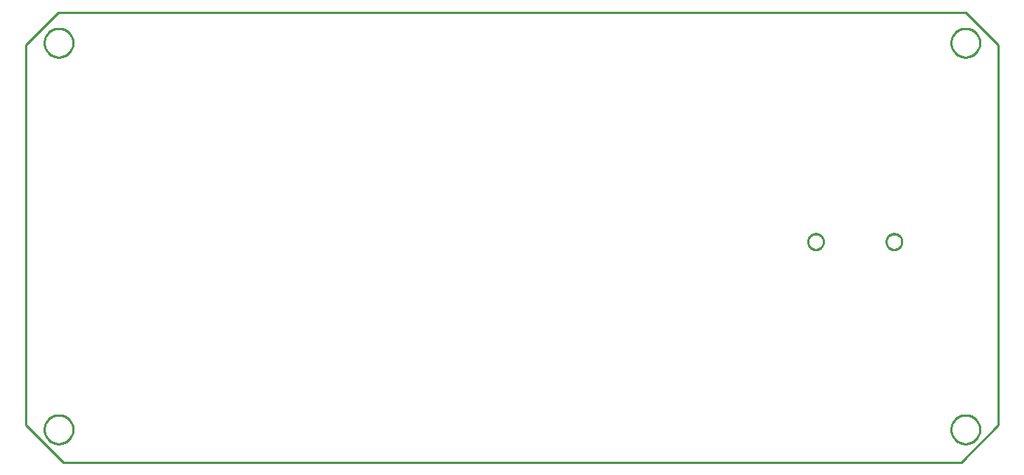
<source format=gbr>
G04 EAGLE Gerber RS-274X export*
G75*
%MOMM*%
%FSLAX34Y34*%
%LPD*%
%IN*%
%IPPOS*%
%AMOC8*
5,1,8,0,0,1.08239X$1,22.5*%
G01*
%ADD10C,0.254000*%


D10*
X0Y43180D02*
X43180Y0D01*
X1074420Y0D01*
X1117400Y42980D01*
X1117400Y480260D01*
X1080260Y517400D01*
X37340Y517400D01*
X0Y480060D01*
X0Y43180D01*
X54600Y482060D02*
X54529Y480982D01*
X54388Y479911D01*
X54178Y478851D01*
X53898Y477808D01*
X53551Y476785D01*
X53137Y475787D01*
X52659Y474818D01*
X52119Y473882D01*
X51519Y472984D01*
X50861Y472127D01*
X50149Y471315D01*
X49385Y470551D01*
X48573Y469839D01*
X47716Y469181D01*
X46818Y468581D01*
X45882Y468041D01*
X44913Y467563D01*
X43915Y467149D01*
X42892Y466802D01*
X41849Y466522D01*
X40789Y466312D01*
X39718Y466171D01*
X38640Y466100D01*
X37560Y466100D01*
X36482Y466171D01*
X35411Y466312D01*
X34351Y466522D01*
X33308Y466802D01*
X32285Y467149D01*
X31287Y467563D01*
X30318Y468041D01*
X29382Y468581D01*
X28484Y469181D01*
X27627Y469839D01*
X26815Y470551D01*
X26051Y471315D01*
X25339Y472127D01*
X24681Y472984D01*
X24081Y473882D01*
X23541Y474818D01*
X23063Y475787D01*
X22649Y476785D01*
X22302Y477808D01*
X22022Y478851D01*
X21812Y479911D01*
X21671Y480982D01*
X21600Y482060D01*
X21600Y483140D01*
X21671Y484218D01*
X21812Y485289D01*
X22022Y486349D01*
X22302Y487392D01*
X22649Y488415D01*
X23063Y489413D01*
X23541Y490382D01*
X24081Y491318D01*
X24681Y492216D01*
X25339Y493073D01*
X26051Y493885D01*
X26815Y494649D01*
X27627Y495361D01*
X28484Y496019D01*
X29382Y496619D01*
X30318Y497159D01*
X31287Y497637D01*
X32285Y498051D01*
X33308Y498398D01*
X34351Y498678D01*
X35411Y498888D01*
X36482Y499029D01*
X37560Y499100D01*
X38640Y499100D01*
X39718Y499029D01*
X40789Y498888D01*
X41849Y498678D01*
X42892Y498398D01*
X43915Y498051D01*
X44913Y497637D01*
X45882Y497159D01*
X46818Y496619D01*
X47716Y496019D01*
X48573Y495361D01*
X49385Y494649D01*
X50149Y493885D01*
X50861Y493073D01*
X51519Y492216D01*
X52119Y491318D01*
X52659Y490382D01*
X53137Y489413D01*
X53551Y488415D01*
X53898Y487392D01*
X54178Y486349D01*
X54388Y485289D01*
X54529Y484218D01*
X54600Y483140D01*
X54600Y482060D01*
X1096000Y482060D02*
X1095929Y480982D01*
X1095788Y479911D01*
X1095578Y478851D01*
X1095298Y477808D01*
X1094951Y476785D01*
X1094537Y475787D01*
X1094059Y474818D01*
X1093519Y473882D01*
X1092919Y472984D01*
X1092261Y472127D01*
X1091549Y471315D01*
X1090785Y470551D01*
X1089973Y469839D01*
X1089116Y469181D01*
X1088218Y468581D01*
X1087282Y468041D01*
X1086313Y467563D01*
X1085315Y467149D01*
X1084292Y466802D01*
X1083249Y466522D01*
X1082189Y466312D01*
X1081118Y466171D01*
X1080040Y466100D01*
X1078960Y466100D01*
X1077882Y466171D01*
X1076811Y466312D01*
X1075751Y466522D01*
X1074708Y466802D01*
X1073685Y467149D01*
X1072687Y467563D01*
X1071718Y468041D01*
X1070782Y468581D01*
X1069884Y469181D01*
X1069027Y469839D01*
X1068215Y470551D01*
X1067451Y471315D01*
X1066739Y472127D01*
X1066081Y472984D01*
X1065481Y473882D01*
X1064941Y474818D01*
X1064463Y475787D01*
X1064049Y476785D01*
X1063702Y477808D01*
X1063422Y478851D01*
X1063212Y479911D01*
X1063071Y480982D01*
X1063000Y482060D01*
X1063000Y483140D01*
X1063071Y484218D01*
X1063212Y485289D01*
X1063422Y486349D01*
X1063702Y487392D01*
X1064049Y488415D01*
X1064463Y489413D01*
X1064941Y490382D01*
X1065481Y491318D01*
X1066081Y492216D01*
X1066739Y493073D01*
X1067451Y493885D01*
X1068215Y494649D01*
X1069027Y495361D01*
X1069884Y496019D01*
X1070782Y496619D01*
X1071718Y497159D01*
X1072687Y497637D01*
X1073685Y498051D01*
X1074708Y498398D01*
X1075751Y498678D01*
X1076811Y498888D01*
X1077882Y499029D01*
X1078960Y499100D01*
X1080040Y499100D01*
X1081118Y499029D01*
X1082189Y498888D01*
X1083249Y498678D01*
X1084292Y498398D01*
X1085315Y498051D01*
X1086313Y497637D01*
X1087282Y497159D01*
X1088218Y496619D01*
X1089116Y496019D01*
X1089973Y495361D01*
X1090785Y494649D01*
X1091549Y493885D01*
X1092261Y493073D01*
X1092919Y492216D01*
X1093519Y491318D01*
X1094059Y490382D01*
X1094537Y489413D01*
X1094951Y488415D01*
X1095298Y487392D01*
X1095578Y486349D01*
X1095788Y485289D01*
X1095929Y484218D01*
X1096000Y483140D01*
X1096000Y482060D01*
X1096000Y37560D02*
X1095929Y36482D01*
X1095788Y35411D01*
X1095578Y34351D01*
X1095298Y33308D01*
X1094951Y32285D01*
X1094537Y31287D01*
X1094059Y30318D01*
X1093519Y29382D01*
X1092919Y28484D01*
X1092261Y27627D01*
X1091549Y26815D01*
X1090785Y26051D01*
X1089973Y25339D01*
X1089116Y24681D01*
X1088218Y24081D01*
X1087282Y23541D01*
X1086313Y23063D01*
X1085315Y22649D01*
X1084292Y22302D01*
X1083249Y22022D01*
X1082189Y21812D01*
X1081118Y21671D01*
X1080040Y21600D01*
X1078960Y21600D01*
X1077882Y21671D01*
X1076811Y21812D01*
X1075751Y22022D01*
X1074708Y22302D01*
X1073685Y22649D01*
X1072687Y23063D01*
X1071718Y23541D01*
X1070782Y24081D01*
X1069884Y24681D01*
X1069027Y25339D01*
X1068215Y26051D01*
X1067451Y26815D01*
X1066739Y27627D01*
X1066081Y28484D01*
X1065481Y29382D01*
X1064941Y30318D01*
X1064463Y31287D01*
X1064049Y32285D01*
X1063702Y33308D01*
X1063422Y34351D01*
X1063212Y35411D01*
X1063071Y36482D01*
X1063000Y37560D01*
X1063000Y38640D01*
X1063071Y39718D01*
X1063212Y40789D01*
X1063422Y41849D01*
X1063702Y42892D01*
X1064049Y43915D01*
X1064463Y44913D01*
X1064941Y45882D01*
X1065481Y46818D01*
X1066081Y47716D01*
X1066739Y48573D01*
X1067451Y49385D01*
X1068215Y50149D01*
X1069027Y50861D01*
X1069884Y51519D01*
X1070782Y52119D01*
X1071718Y52659D01*
X1072687Y53137D01*
X1073685Y53551D01*
X1074708Y53898D01*
X1075751Y54178D01*
X1076811Y54388D01*
X1077882Y54529D01*
X1078960Y54600D01*
X1080040Y54600D01*
X1081118Y54529D01*
X1082189Y54388D01*
X1083249Y54178D01*
X1084292Y53898D01*
X1085315Y53551D01*
X1086313Y53137D01*
X1087282Y52659D01*
X1088218Y52119D01*
X1089116Y51519D01*
X1089973Y50861D01*
X1090785Y50149D01*
X1091549Y49385D01*
X1092261Y48573D01*
X1092919Y47716D01*
X1093519Y46818D01*
X1094059Y45882D01*
X1094537Y44913D01*
X1094951Y43915D01*
X1095298Y42892D01*
X1095578Y41849D01*
X1095788Y40789D01*
X1095929Y39718D01*
X1096000Y38640D01*
X1096000Y37560D01*
X54600Y37560D02*
X54529Y36482D01*
X54388Y35411D01*
X54178Y34351D01*
X53898Y33308D01*
X53551Y32285D01*
X53137Y31287D01*
X52659Y30318D01*
X52119Y29382D01*
X51519Y28484D01*
X50861Y27627D01*
X50149Y26815D01*
X49385Y26051D01*
X48573Y25339D01*
X47716Y24681D01*
X46818Y24081D01*
X45882Y23541D01*
X44913Y23063D01*
X43915Y22649D01*
X42892Y22302D01*
X41849Y22022D01*
X40789Y21812D01*
X39718Y21671D01*
X38640Y21600D01*
X37560Y21600D01*
X36482Y21671D01*
X35411Y21812D01*
X34351Y22022D01*
X33308Y22302D01*
X32285Y22649D01*
X31287Y23063D01*
X30318Y23541D01*
X29382Y24081D01*
X28484Y24681D01*
X27627Y25339D01*
X26815Y26051D01*
X26051Y26815D01*
X25339Y27627D01*
X24681Y28484D01*
X24081Y29382D01*
X23541Y30318D01*
X23063Y31287D01*
X22649Y32285D01*
X22302Y33308D01*
X22022Y34351D01*
X21812Y35411D01*
X21671Y36482D01*
X21600Y37560D01*
X21600Y38640D01*
X21671Y39718D01*
X21812Y40789D01*
X22022Y41849D01*
X22302Y42892D01*
X22649Y43915D01*
X23063Y44913D01*
X23541Y45882D01*
X24081Y46818D01*
X24681Y47716D01*
X25339Y48573D01*
X26051Y49385D01*
X26815Y50149D01*
X27627Y50861D01*
X28484Y51519D01*
X29382Y52119D01*
X30318Y52659D01*
X31287Y53137D01*
X32285Y53551D01*
X33308Y53898D01*
X34351Y54178D01*
X35411Y54388D01*
X36482Y54529D01*
X37560Y54600D01*
X38640Y54600D01*
X39718Y54529D01*
X40789Y54388D01*
X41849Y54178D01*
X42892Y53898D01*
X43915Y53551D01*
X44913Y53137D01*
X45882Y52659D01*
X46818Y52119D01*
X47716Y51519D01*
X48573Y50861D01*
X49385Y50149D01*
X50149Y49385D01*
X50861Y48573D01*
X51519Y47716D01*
X52119Y46818D01*
X52659Y45882D01*
X53137Y44913D01*
X53551Y43915D01*
X53898Y42892D01*
X54178Y41849D01*
X54388Y40789D01*
X54529Y39718D01*
X54600Y38640D01*
X54600Y37560D01*
X997852Y263017D02*
X998636Y262948D01*
X999412Y262812D01*
X1000172Y262608D01*
X1000912Y262339D01*
X1001626Y262006D01*
X1002307Y261612D01*
X1002952Y261160D01*
X1003556Y260654D01*
X1004112Y260098D01*
X1004618Y259494D01*
X1005070Y258849D01*
X1005464Y258168D01*
X1005797Y257454D01*
X1006066Y256714D01*
X1006270Y255954D01*
X1006406Y255178D01*
X1006475Y254394D01*
X1006475Y253606D01*
X1006406Y252822D01*
X1006270Y252047D01*
X1006066Y251286D01*
X1005797Y250546D01*
X1005464Y249832D01*
X1005070Y249151D01*
X1004618Y248506D01*
X1004112Y247902D01*
X1003556Y247346D01*
X1002952Y246840D01*
X1002307Y246388D01*
X1001626Y245994D01*
X1000912Y245661D01*
X1000172Y245392D01*
X999412Y245188D01*
X998636Y245052D01*
X997852Y244983D01*
X997064Y244983D01*
X996280Y245052D01*
X995505Y245188D01*
X994744Y245392D01*
X994004Y245661D01*
X993290Y245994D01*
X992609Y246388D01*
X991964Y246840D01*
X991360Y247346D01*
X990804Y247902D01*
X990298Y248506D01*
X989846Y249151D01*
X989452Y249832D01*
X989119Y250546D01*
X988850Y251286D01*
X988646Y252047D01*
X988510Y252822D01*
X988441Y253606D01*
X988441Y254394D01*
X988510Y255178D01*
X988646Y255954D01*
X988850Y256714D01*
X989119Y257454D01*
X989452Y258168D01*
X989846Y258849D01*
X990298Y259494D01*
X990804Y260098D01*
X991360Y260654D01*
X991964Y261160D01*
X992609Y261612D01*
X993290Y262006D01*
X994004Y262339D01*
X994744Y262608D01*
X995505Y262812D01*
X996280Y262948D01*
X997064Y263017D01*
X997852Y263017D01*
X907936Y263017D02*
X908720Y262948D01*
X909496Y262812D01*
X910256Y262608D01*
X910996Y262339D01*
X911710Y262006D01*
X912391Y261612D01*
X913036Y261160D01*
X913640Y260654D01*
X914196Y260098D01*
X914702Y259494D01*
X915154Y258849D01*
X915548Y258168D01*
X915881Y257454D01*
X916150Y256714D01*
X916354Y255954D01*
X916490Y255178D01*
X916559Y254394D01*
X916559Y253606D01*
X916490Y252822D01*
X916354Y252047D01*
X916150Y251286D01*
X915881Y250546D01*
X915548Y249832D01*
X915154Y249151D01*
X914702Y248506D01*
X914196Y247902D01*
X913640Y247346D01*
X913036Y246840D01*
X912391Y246388D01*
X911710Y245994D01*
X910996Y245661D01*
X910256Y245392D01*
X909496Y245188D01*
X908720Y245052D01*
X907936Y244983D01*
X907148Y244983D01*
X906364Y245052D01*
X905589Y245188D01*
X904828Y245392D01*
X904088Y245661D01*
X903374Y245994D01*
X902693Y246388D01*
X902048Y246840D01*
X901444Y247346D01*
X900888Y247902D01*
X900382Y248506D01*
X899930Y249151D01*
X899536Y249832D01*
X899203Y250546D01*
X898934Y251286D01*
X898730Y252047D01*
X898594Y252822D01*
X898525Y253606D01*
X898525Y254394D01*
X898594Y255178D01*
X898730Y255954D01*
X898934Y256714D01*
X899203Y257454D01*
X899536Y258168D01*
X899930Y258849D01*
X900382Y259494D01*
X900888Y260098D01*
X901444Y260654D01*
X902048Y261160D01*
X902693Y261612D01*
X903374Y262006D01*
X904088Y262339D01*
X904828Y262608D01*
X905589Y262812D01*
X906364Y262948D01*
X907148Y263017D01*
X907936Y263017D01*
M02*

</source>
